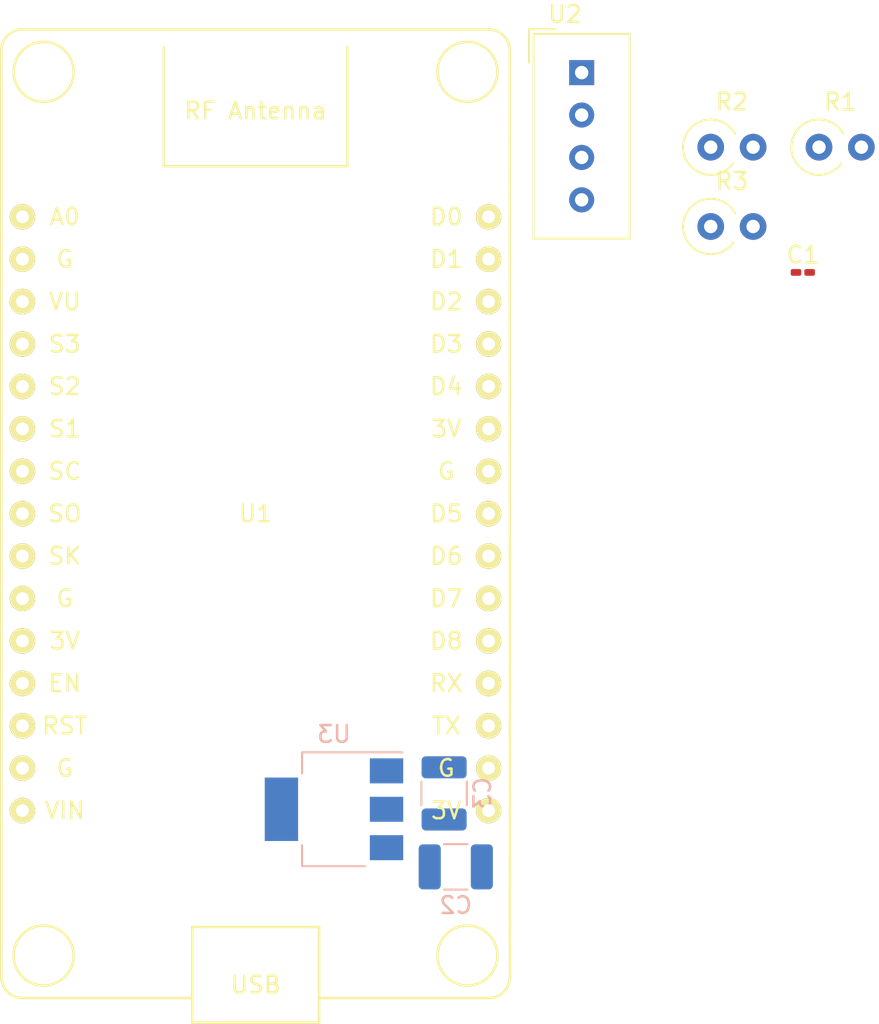
<source format=kicad_pcb>
(kicad_pcb (version 20211014) (generator pcbnew)
  (layers (0 "F.Cu" signal) (31 "B.Cu" signal) (34 "B.Paste" user) (35 "F.Paste" user) (36 "B.SilkS" user "B.Silkscreen") (37 "F.SilkS" user "F.Silkscreen") (38 "B.Mask" user) (39 "F.Mask" user) (44 "Edge.Cuts" user))
  (net 0 "")
  (net 1 "/vbat_div")
  (net 10 "GND")
  (net 11 "+3.3V")
  (net 14 "+5V")
  (net 22 "/dht_data")
  (net 27 "+BATT")
  (footprint "Capacitor_SMD:C_0201_0603Metric_Pad0.64x0.40mm_HandSolder" (layer "F.Cu") (at 134.8 54.4)
    (fp_text reference "C1" (at 0 -1.05) (layer "F.SilkS"))
    (fp_text value "100nF")
    (pad "1" smd roundrect (at -0.4075 0) (size 0.635 0.4) (layers "F.Cu" "F.Mask") (net 1 "/vbat_div"))
    (pad "2" smd roundrect (at 0.4075 0) (size 0.635 0.4) (layers "F.Cu" "F.Mask") (net 10 "GND"))
  )
  (footprint "Resistor_THT:R_Axial_DIN0309_L9.0mm_D3.2mm_P2.54mm_Vertical" (layer "F.Cu") (at 129.28 51.65)
    (fp_text reference "R3" (at 1.27 -2.72) (layer "F.SilkS"))
    (fp_text value "10k")
    (fp_arc (start 1.344775 0.97138) (mid -1.655812 -0.101418) (end 1.453272 -0.8) (layer "F.SilkS") (width 0.12))
    (pad "1" thru_hole circle (at 0 0) (size 1.6 1.6) (drill 0.8) (layers *.Cu *.Mask) (net 11 "+3.3V"))
    (pad "2" thru_hole oval (at 2.54 0) (size 1.6 1.6) (drill 0.8) (layers *.Cu *.Mask) (net 22 "/dht_data"))
  )
  (footprint "Sensor:Aosong_DHT11_5.5x12.0_P2.54mm" (layer "F.Cu") (at 121.545 42.435)
    (fp_text reference "U2" (at -1 -3.5) (layer "F.SilkS"))
    (fp_text value "DHT22")
    (fp_line (start -3.16 -2.6) (end -1.55 -2.6) (layer "F.SilkS") (width 0.12))
    (fp_line (start -2.87 -2.32) (end 2.87 -2.32) (layer "F.SilkS") (width 0.12))
    (fp_line (start -2.88 9.94) (end -2.88 -2.31) (layer "F.SilkS") (width 0.12))
    (fp_line (start -3.16 -2.6) (end -3.16 -0.6) (layer "F.SilkS") (width 0.12))
    (fp_line (start 2.88 -2.32) (end 2.88 9.94) (layer "F.SilkS") (width 0.12))
    (fp_line (start 2.88 9.94) (end -2.88 9.94) (layer "F.SilkS") (width 0.12))
    (pad "1" thru_hole rect (at 0 0) (size 1.5 1.5) (drill 0.8) (layers *.Cu *.Mask) (net 11 "+3.3V"))
    (pad "2" thru_hole circle (at 0 2.54) (size 1.5 1.5) (drill 0.8) (layers *.Cu *.Mask) (net 22 "/dht_data"))
    (pad "3" thru_hole circle (at 0 5.08) (size 1.5 1.5) (drill 0.8) (layers *.Cu *.Mask))
    (pad "4" thru_hole circle (at 0 7.62) (size 1.5 1.5) (drill 0.8) (layers *.Cu *.Mask) (net 10 "GND"))
  )
  (footprint "Resistor_THT:R_Axial_DIN0309_L9.0mm_D3.2mm_P2.54mm_Vertical" (layer "F.Cu") (at 129.28 46.9)
    (fp_text reference "R2" (at 1.27 -2.72) (layer "F.SilkS"))
    (fp_text value "150k")
    (fp_arc (start 1.344775 0.97138) (mid -1.655812 -0.101418) (end 1.453272 -0.8) (layer "F.SilkS") (width 0.12))
    (pad "1" thru_hole circle (at 0 0) (size 1.6 1.6) (drill 0.8) (layers *.Cu *.Mask) (net 1 "/vbat_div"))
    (pad "2" thru_hole oval (at 2.54 0) (size 1.6 1.6) (drill 0.8) (layers *.Cu *.Mask) (net 10 "GND"))
  )
  (footprint "g7_modules:NodeMCU1.0(12-E)" (layer "F.Cu") (at 102 68.85)
    (fp_text reference "U1" (at 0 0) (layer "F.SilkS"))
    (fp_text value "NodeMCU_1.0_(ESP-12E)")
    (fp_text user "RX" (at 11.43 10.16) (layer "F.SilkS"))
    (fp_text user "D3" (at 11.43 -10.16) (layer "F.SilkS"))
    (fp_text user "D8" (at 11.43 7.62) (layer "F.SilkS"))
    (fp_text user "D2" (at 11.43 -12.7) (layer "F.SilkS"))
    (fp_text user "USB" (at 0.01 28.21) (layer "F.SilkS"))
    (fp_text user "G" (at -11.43 -15.24) (layer "F.SilkS"))
    (fp_text user "D1" (at 11.43 -15.24) (layer "F.SilkS"))
    (fp_text user "G" (at -11.43 15.24) (layer "F.SilkS"))
    (fp_text user "G" (at -11.43 5.08) (layer "F.SilkS"))
    (fp_text user "SK" (at -11.43 2.54) (layer "F.SilkS"))
    (fp_text user "RF Antenna" (at 0 -24.13) (layer "F.SilkS"))
    (fp_text user "RST" (at -11.43 12.7) (layer "F.SilkS"))
    (fp_text user "S3" (at -11.43 -10.16) (layer "F.SilkS"))
    (fp_text user "D7" (at 11.43 5.08) (layer "F.SilkS"))
    (fp_text user "G" (at 11.43 -2.54) (layer "F.SilkS"))
    (fp_text user "D0" (at 11.43 -17.78) (layer "F.SilkS"))
    (fp_text user "VIN" (at -11.43 17.78) (layer "F.SilkS"))
    (fp_text user "SO" (at -11.43 0) (layer "F.SilkS"))
    (fp_text user "A0" (at -11.43 -17.78) (layer "F.SilkS"))
    (fp_text user "D5" (at 11.43 0) (layer "F.SilkS"))
    (fp_text user "EN" (at -11.43 10.16) (layer "F.SilkS"))
    (fp_text user "S2" (at -11.43 -7.62) (layer "F.SilkS"))
    (fp_text user "3V" (at 11.43 -5.08) (layer "F.SilkS"))
    (fp_text user "3V" (at 11.43 17.78) (layer "F.SilkS"))
    (fp_text user "3V" (at -11.43 7.62) (layer "F.SilkS"))
    (fp_text user "TX" (at 11.43 12.7) (layer "F.SilkS"))
    (fp_text user "SC" (at -11.43 -2.54) (layer "F.SilkS"))
    (fp_text user "S1" (at -11.43 -5.08) (layer "F.SilkS"))
    (fp_text user "G" (at 11.43 15.24) (layer "F.SilkS"))
    (fp_text user "D4" (at 11.43 -7.62) (layer "F.SilkS"))
    (fp_text user "D6" (at 11.43 2.54) (layer "F.SilkS"))
    (fp_text user "VU" (at -11.43 -12.7) (layer "F.SilkS"))
    (fp_line (start 3.81 30.48) (end -3.79 30.48) (layer "F.SilkS") (width 0.15))
    (fp_line (start 13.98 29) (end 3.81 29) (layer "F.SilkS") (width 0.15))
    (fp_line (start 5.5 -27.94) (end 5.5 -20.81) (layer "F.SilkS") (width 0.15))
    (fp_line (start 5.5 -20.81) (end -5.5 -20.81) (layer "F.SilkS") (width 0.15))
    (fp_line (start 3.81 24.75) (end 3.81 30.48) (layer "F.SilkS") (width 0.15))
    (fp_line (start -5.5 -20.81) (end -5.5 -27.94) (layer "F.SilkS") (width 0.15))
    (fp_line (start 13.97 -29) (end -13.97 -29) (layer "F.SilkS") (width 0.15))
    (fp_line (start 15.24 -27.73) (end 15.25 27.73) (layer "F.SilkS") (width 0.15))
    (fp_line (start -3.79 24.75) (end 3.81 24.75) (layer "F.SilkS") (width 0.15))
    (fp_line (start -3.79 30.48) (end -3.79 24.75) (layer "F.SilkS") (width 0.15))
    (fp_line (start -3.8 29) (end -13.97 29) (layer "F.SilkS") (width 0.15))
    (fp_line (start -15.24 -27.73) (end -15.24 27.73) (layer "F.SilkS") (width 0.15))
    (fp_arc (start 15.25 27.73) (mid 14.878026 28.628026) (end 13.98 29) (layer "F.SilkS") (width 0.15))
    (fp_arc (start -15.24 -27.73) (mid -14.868026 -28.628026) (end -13.97 -29) (layer "F.SilkS") (width 0.15))
    (fp_arc (start 13.97 -29) (mid 14.868026 -28.628026) (end 15.24 -27.73) (layer "F.SilkS") (width 0.15))
    (fp_arc (start -13.97 29) (mid -14.868026 28.628026) (end -15.24 27.73) (layer "F.SilkS") (width 0.15))
    (fp_circle (center -12.7 26.46) (end -10.903949 26.46) (layer "F.SilkS") (width 0.15) (fill none))
    (fp_circle (center 12.7 -26.46) (end 14.496051 -26.46) (layer "F.SilkS") (width 0.15) (fill none))
    (fp_circle (center -12.7 -26.46) (end -10.903949 -26.46) (layer "F.SilkS") (width 0.15) (fill none))
    (fp_circle (center 12.7 26.46) (end 14.496051 26.46) (layer "F.SilkS") (width 0.15) (fill none))
    (pad "1" thru_hole circle (at -13.97 -17.78) (size 1.524 1.524) (drill 0.762) (layers *.Cu *.Mask "F.SilkS") (net 1 "/vbat_div"))
    (pad "2" thru_hole circle (at -13.97 -15.24) (size 1.524 1.524) (drill 0.762) (layers *.Cu *.Mask "F.SilkS"))
    (pad "3" thru_hole circle (at -13.97 -12.7) (size 1.524 1.524) (drill 0.762) (layers *.Cu *.Mask "F.SilkS"))
    (pad "4" thru_hole circle (at -13.97 -10.16) (size 1.524 1.524) (drill 0.762) (layers *.Cu *.Mask "F.SilkS"))
    (pad "5" thru_hole circle (at -13.97 -7.62) (size 1.524 1.524) (drill 0.762) (layers *.Cu *.Mask "F.SilkS"))
    (pad "6" thru_hole circle (at -13.97 -5.08) (size 1.524 1.524) (drill 0.762) (layers *.Cu *.Mask "F.SilkS"))
    (pad "7" thru_hole circle (at -13.97 -2.54) (size 1.524 1.524) (drill 0.762) (layers *.Cu *.Mask "F.SilkS"))
    (pad "8" thru_hole circle (at -13.97 0) (size 1.524 1.524) (drill 0.762) (layers *.Cu *.Mask "F.SilkS"))
    (pad "9" thru_hole circle (at -13.97 2.54) (size 1.524 1.524) (drill 0.762) (layers *.Cu *.Mask "F.SilkS"))
    (pad "10" thru_hole circle (at -13.97 5.08) (size 1.524 1.524) (drill 0.762) (layers *.Cu *.Mask "F.SilkS") (net 10 "GND"))
    (pad "11" thru_hole circle (at -13.97 7.62) (size 1.524 1.524) (drill 0.762) (layers *.Cu *.Mask "F.SilkS") (net 11 "+3.3V"))
    (pad "12" thru_hole circle (at -13.97 10.16) (size 1.524 1.524) (drill 0.762) (layers *.Cu *.Mask "F.SilkS"))
    (pad "13" thru_hole circle (at -13.97 12.7) (size 1.524 1.524) (drill 0.762) (layers *.Cu *.Mask "F.SilkS"))
    (pad "14" thru_hole circle (at -13.97 15.24) (size 1.524 1.524) (drill 0.762) (layers *.Cu *.Mask "F.SilkS") (net 10 "GND"))
    (pad "15" thru_hole circle (at -13.97 17.78) (size 1.524 1.524) (drill 0.762) (layers *.Cu *.Mask "F.SilkS") (net 14 "+5V"))
    (pad "16" thru_hole circle (at 13.97 17.78) (size 1.524 1.524) (drill 0.762) (layers *.Cu *.Mask "F.SilkS") (net 11 "+3.3V"))
    (pad "17" thru_hole circle (at 13.97 15.24) (size 1.524 1.524) (drill 0.762) (layers *.Cu *.Mask "F.SilkS") (net 10 "GND"))
    (pad "18" thru_hole circle (at 13.97 12.7) (size 1.524 1.524) (drill 0.762) (layers *.Cu *.Mask "F.SilkS"))
    (pad "19" thru_hole circle (at 13.97 10.16) (size 1.524 1.524) (drill 0.762) (layers *.Cu *.Mask "F.SilkS"))
    (pad "20" thru_hole circle (at 13.97 7.62) (size 1.524 1.524) (drill 0.762) (layers *.Cu *.Mask "F.SilkS"))
    (pad "21" thru_hole circle (at 13.97 5.08) (size 1.524 1.524) (drill 0.762) (layers *.Cu *.Mask "F.SilkS"))
    (pad "22" thru_hole circle (at 13.97 2.54) (size 1.524 1.524) (drill 0.762) (layers *.Cu *.Mask "F.SilkS"))
    (pad "23" thru_hole circle (at 13.97 0) (size 1.524 1.524) (drill 0.762) (layers *.Cu *.Mask "F.SilkS"))
    (pad "24" thru_hole circle (at 13.97 -2.54) (size 1.524 1.524) (drill 0.762) (layers *.Cu *.Mask "F.SilkS") (net 10 "GND"))
    (pad "25" thru_hole circle (at 13.97 -5.08) (size 1.524 1.524) (drill 0.762) (layers *.Cu *.Mask "F.SilkS") (net 11 "+3.3V"))
    (pad "26" thru_hole circle (at 13.97 -7.62) (size 1.524 1.524) (drill 0.762) (layers *.Cu *.Mask "F.SilkS"))
    (pad "27" thru_hole circle (at 13.97 -10.16) (size 1.524 1.524) (drill 0.762) (layers *.Cu *.Mask "F.SilkS") (net 22 "/dht_data"))
    (pad "28" thru_hole circle (at 13.97 -12.7) (size 1.524 1.524) (drill 0.762) (layers *.Cu *.Mask "F.SilkS"))
    (pad "29" thru_hole circle (at 13.97 -15.24) (size 1.524 1.524) (drill 0.762) (layers *.Cu *.Mask "F.SilkS"))
    (pad "30" thru_hole circle (at 13.97 -17.78) (size 1.524 1.524) (drill 0.762) (layers *.Cu *.Mask "F.SilkS"))
  )
  (footprint "Resistor_THT:R_Axial_DIN0309_L9.0mm_D3.2mm_P2.54mm_Vertical" (layer "F.Cu") (at 135.77 46.9)
    (fp_text reference "R1" (at 1.27 -2.72) (layer "F.SilkS"))
    (fp_text value "56k")
    (fp_arc (start 1.344775 0.97138) (mid -1.655812 -0.101418) (end 1.453272 -0.8) (layer "F.SilkS") (width 0.12))
    (pad "1" thru_hole circle (at 0 0) (size 1.6 1.6) (drill 0.8) (layers *.Cu *.Mask) (net 27 "+BATT"))
    (pad "2" thru_hole oval (at 2.54 0) (size 1.6 1.6) (drill 0.8) (layers *.Cu *.Mask) (net 1 "/vbat_div"))
  )
  (footprint "Capacitor_SMD:C_1210_3225Metric_Pad1.33x2.70mm_HandSolder" (layer "B.Cu") (at 114 90)
    (fp_text reference "C2" (at 0 2.3) (layer "B.SilkS") (effects (justify mirror)))
    (fp_text value "22µF")
    (fp_line (start -0.711252 -1.36) (end 0.711252 -1.36) (layer "B.SilkS") (width 0.12))
    (fp_line (start -0.711252 1.36) (end 0.711252 1.36) (layer "B.SilkS") (width 0.12))
    (pad "1" smd roundrect (at -1.5625 0) (size 1.325 2.7) (layers "B.Cu" "B.Paste" "B.Mask") (roundrect_rratio 0.188679) (net 27 "+BATT"))
    (pad "2" smd roundrect (at 1.5625 0) (size 1.325 2.7) (layers "B.Cu" "B.Paste" "B.Mask") (roundrect_rratio 0.188679) (net 10 "GND"))
  )
  (footprint "Capacitor_SMD:C_1210_3225Metric_Pad1.33x2.70mm_HandSolder" (layer "B.Cu") (at 113.3 85.6 90)
    (fp_text reference "C3" (at 0 2.3 90) (layer "B.SilkS") (effects (justify mirror)))
    (fp_text value "22µF")
    (fp_line (start -0.711252 1.36) (end 0.711252 1.36) (layer "B.SilkS") (width 0.12))
    (fp_line (start -0.711252 -1.36) (end 0.711252 -1.36) (layer "B.SilkS") (width 0.12))
    (pad "1" smd roundrect (at -1.5625 0 90) (size 1.325 2.7) (layers "B.Cu" "B.Paste" "B.Mask") (roundrect_rratio 0.188679) (net 11 "+3.3V"))
    (pad "2" smd roundrect (at 1.5625 0 90) (size 1.325 2.7) (layers "B.Cu" "B.Paste" "B.Mask") (roundrect_rratio 0.188679) (net 10 "GND"))
  )
  (footprint "Package_TO_SOT_SMD:SOT-223-3_TabPin2" (layer "B.Cu") (at 106.7 86.55 180)
    (fp_text reference "U3" (at 0 4.5) (layer "B.SilkS") (effects (justify mirror)))
    (fp_text value "AMS1117-3.3")
    (fp_line (start 1.91 3.41) (end 1.91 2.15) (layer "B.SilkS") (width 0.12))
    (fp_line (start -1.85 -3.41) (end 1.91 -3.41) (layer "B.SilkS") (width 0.12))
    (fp_line (start -4.1 3.41) (end 1.91 3.41) (layer "B.SilkS") (width 0.12))
    (fp_line (start 1.91 -3.41) (end 1.91 -2.15) (layer "B.SilkS") (width 0.12))
    (pad "1" smd rect (at -3.15 2.3 180) (size 2 1.5) (layers "B.Cu" "B.Paste" "B.Mask") (net 10 "GND"))
    (pad "2" smd rect (at -3.15 0 180) (size 2 1.5) (layers "B.Cu" "B.Paste" "B.Mask") (net 11 "+3.3V"))
    (pad "2" smd rect (at 3.15 0 180) (size 2 3.8) (layers "B.Cu" "B.Paste" "B.Mask") (net 11 "+3.3V"))
    (pad "3" smd rect (at -3.15 -2.3 180) (size 2 1.5) (layers "B.Cu" "B.Paste" "B.Mask") (net 27 "+BATT"))
  )
)
</source>
